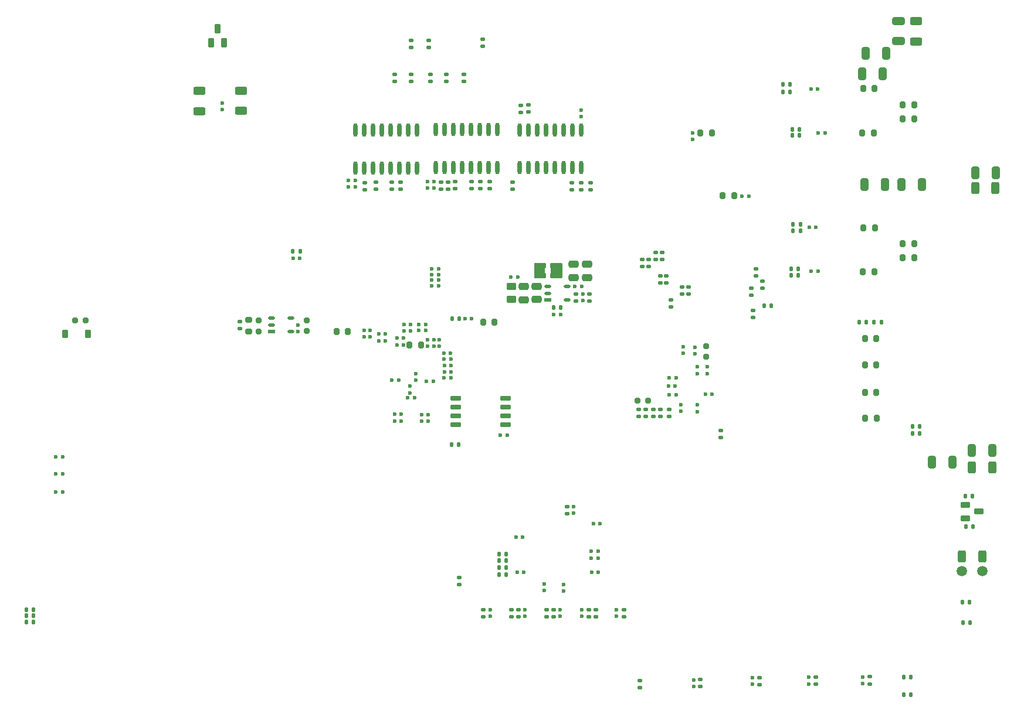
<source format=gbr>
G04 #@! TF.GenerationSoftware,KiCad,Pcbnew,7.0.9*
G04 #@! TF.CreationDate,2025-03-13T10:23:01+08:00*
G04 #@! TF.ProjectId,HPM5E00EVKRevC,48504d35-4530-4304-9556-4b526576432e,rev?*
G04 #@! TF.SameCoordinates,Original*
G04 #@! TF.FileFunction,Paste,Bot*
G04 #@! TF.FilePolarity,Positive*
%FSLAX46Y46*%
G04 Gerber Fmt 4.6, Leading zero omitted, Abs format (unit mm)*
G04 Created by KiCad (PCBNEW 7.0.9) date 2025-03-13 10:23:01*
%MOMM*%
%LPD*%
G01*
G04 APERTURE LIST*
G04 Aperture macros list*
%AMRoundRect*
0 Rectangle with rounded corners*
0 $1 Rounding radius*
0 $2 $3 $4 $5 $6 $7 $8 $9 X,Y pos of 4 corners*
0 Add a 4 corners polygon primitive as box body*
4,1,4,$2,$3,$4,$5,$6,$7,$8,$9,$2,$3,0*
0 Add four circle primitives for the rounded corners*
1,1,$1+$1,$2,$3*
1,1,$1+$1,$4,$5*
1,1,$1+$1,$6,$7*
1,1,$1+$1,$8,$9*
0 Add four rect primitives between the rounded corners*
20,1,$1+$1,$2,$3,$4,$5,0*
20,1,$1+$1,$4,$5,$6,$7,0*
20,1,$1+$1,$6,$7,$8,$9,0*
20,1,$1+$1,$8,$9,$2,$3,0*%
G04 Aperture macros list end*
%ADD10C,0.120000*%
%ADD11RoundRect,0.135000X-0.135000X-0.185000X0.135000X-0.185000X0.135000X0.185000X-0.135000X0.185000X0*%
%ADD12RoundRect,0.200000X-0.200000X-0.275000X0.200000X-0.275000X0.200000X0.275000X-0.200000X0.275000X0*%
%ADD13C,0.600000*%
%ADD14O,0.602000X1.971000*%
%ADD15RoundRect,0.250000X-0.312500X-0.625000X0.312500X-0.625000X0.312500X0.625000X-0.312500X0.625000X0*%
%ADD16RoundRect,0.135000X-0.185000X0.135000X-0.185000X-0.135000X0.185000X-0.135000X0.185000X0.135000X0*%
%ADD17RoundRect,0.200000X0.275000X-0.200000X0.275000X0.200000X-0.275000X0.200000X-0.275000X-0.200000X0*%
%ADD18RoundRect,0.135000X0.135000X0.185000X-0.135000X0.185000X-0.135000X-0.185000X0.135000X-0.185000X0*%
%ADD19RoundRect,0.135000X0.185000X-0.135000X0.185000X0.135000X-0.185000X0.135000X-0.185000X-0.135000X0*%
%ADD20RoundRect,0.050800X0.625000X0.350000X-0.625000X0.350000X-0.625000X-0.350000X0.625000X-0.350000X0*%
%ADD21RoundRect,0.250000X0.325000X0.650000X-0.325000X0.650000X-0.325000X-0.650000X0.325000X-0.650000X0*%
%ADD22RoundRect,0.250000X0.625000X-0.312500X0.625000X0.312500X-0.625000X0.312500X-0.625000X-0.312500X0*%
%ADD23RoundRect,0.250000X-0.475000X0.250000X-0.475000X-0.250000X0.475000X-0.250000X0.475000X0.250000X0*%
%ADD24RoundRect,0.250000X0.312500X0.625000X-0.312500X0.625000X-0.312500X-0.625000X0.312500X-0.625000X0*%
%ADD25C,0.950000*%
%ADD26RoundRect,0.250000X-0.325000X-0.650000X0.325000X-0.650000X0.325000X0.650000X-0.325000X0.650000X0*%
%ADD27RoundRect,0.250000X-0.625000X0.312500X-0.625000X-0.312500X0.625000X-0.312500X0.625000X0.312500X0*%
%ADD28R,1.635000X2.160000*%
%ADD29RoundRect,0.200000X0.200000X0.275000X-0.200000X0.275000X-0.200000X-0.275000X0.200000X-0.275000X0*%
%ADD30R,1.016000X0.508000*%
%ADD31O,1.016000X0.508000*%
%ADD32RoundRect,0.250000X0.450000X-0.262500X0.450000X0.262500X-0.450000X0.262500X-0.450000X-0.262500X0*%
%ADD33RoundRect,0.250000X-0.650000X0.325000X-0.650000X-0.325000X0.650000X-0.325000X0.650000X0.325000X0*%
%ADD34C,1.500000*%
%ADD35RoundRect,0.250000X0.475000X-0.250000X0.475000X0.250000X-0.475000X0.250000X-0.475000X-0.250000X0*%
%ADD36RoundRect,0.225000X0.225000X0.375000X-0.225000X0.375000X-0.225000X-0.375000X0.225000X-0.375000X0*%
%ADD37RoundRect,0.150000X-0.650000X-0.150000X0.650000X-0.150000X0.650000X0.150000X-0.650000X0.150000X0*%
%ADD38RoundRect,0.050800X-0.350000X0.625000X-0.350000X-0.625000X0.350000X-0.625000X0.350000X0.625000X0*%
G04 APERTURE END LIST*
D10*
X156593900Y-87223100D02*
X156593900Y-89183100D01*
X156493900Y-89283100D01*
X155023900Y-89283100D01*
X154923900Y-89183100D01*
X154923900Y-88670100D01*
X155023900Y-88570100D01*
X155414900Y-88570100D01*
X155514900Y-88470100D01*
X155514900Y-87936100D01*
X155414900Y-87836100D01*
X155023900Y-87836100D01*
X154923900Y-87736100D01*
X154923900Y-87223100D01*
X155023900Y-87123100D01*
X156493900Y-87123100D01*
X156593900Y-87223100D01*
G36*
X156593900Y-87223100D02*
G01*
X156593900Y-89183100D01*
X156493900Y-89283100D01*
X155023900Y-89283100D01*
X154923900Y-89183100D01*
X154923900Y-88670100D01*
X155023900Y-88570100D01*
X155414900Y-88570100D01*
X155514900Y-88470100D01*
X155514900Y-87936100D01*
X155414900Y-87836100D01*
X155023900Y-87836100D01*
X154923900Y-87736100D01*
X154923900Y-87223100D01*
X155023900Y-87123100D01*
X156493900Y-87123100D01*
X156593900Y-87223100D01*
G37*
X154293900Y-87223100D02*
X154293900Y-87736100D01*
X154193900Y-87836100D01*
X153802900Y-87836100D01*
X153702900Y-87936100D01*
X153702900Y-88470100D01*
X153802900Y-88570100D01*
X154193900Y-88570100D01*
X154293900Y-88670100D01*
X154293900Y-89183100D01*
X154193900Y-89283100D01*
X152723900Y-89283100D01*
X152623900Y-89183100D01*
X152623900Y-87223100D01*
X152723900Y-87123100D01*
X154193900Y-87123100D01*
X154293900Y-87223100D01*
G36*
X154293900Y-87223100D02*
G01*
X154293900Y-87736100D01*
X154193900Y-87836100D01*
X153802900Y-87836100D01*
X153702900Y-87936100D01*
X153702900Y-88470100D01*
X153802900Y-88570100D01*
X154193900Y-88570100D01*
X154293900Y-88670100D01*
X154293900Y-89183100D01*
X154193900Y-89283100D01*
X152723900Y-89283100D01*
X152623900Y-89183100D01*
X152623900Y-87223100D01*
X152723900Y-87123100D01*
X154193900Y-87123100D01*
X154293900Y-87223100D01*
G37*
D11*
X188510000Y-61310000D03*
X189530000Y-61310000D03*
D12*
X205839200Y-86405580D03*
X207489200Y-86405580D03*
D13*
X164542200Y-137243400D03*
X164542200Y-138203400D03*
X159542200Y-137223400D03*
X159542200Y-138183400D03*
D14*
X126835000Y-67914000D03*
X128105000Y-67914000D03*
X129375000Y-67914000D03*
X130645000Y-67914000D03*
X131915000Y-67914000D03*
X133185000Y-67914000D03*
X134455000Y-67914000D03*
X135725000Y-67914000D03*
X135725000Y-73386000D03*
X134455000Y-73386000D03*
X133185000Y-73386000D03*
X131915000Y-73386000D03*
X130645000Y-73386000D03*
X129375000Y-73386000D03*
X128105000Y-73386000D03*
X126835000Y-73386000D03*
D15*
X215812500Y-116690000D03*
X218737500Y-116690000D03*
D16*
X144860000Y-75390000D03*
X144860000Y-76410000D03*
D13*
X160880000Y-129760000D03*
X161840000Y-129760000D03*
X135340000Y-106640000D03*
X134380000Y-106640000D03*
X159400000Y-65950000D03*
X159400000Y-64990000D03*
D17*
X111410000Y-97024998D03*
X111410000Y-95374998D03*
D18*
X80330000Y-138990000D03*
X79310000Y-138990000D03*
D19*
X145255200Y-138237400D03*
X145255200Y-137217400D03*
D16*
X142520000Y-59860000D03*
X142520000Y-60880000D03*
D19*
X151770000Y-65310000D03*
X151770000Y-64290000D03*
D16*
X134910000Y-54950000D03*
X134910000Y-55970000D03*
D13*
X137860000Y-87980000D03*
X138820000Y-87980000D03*
D16*
X160740000Y-75540000D03*
X160740000Y-76560000D03*
D13*
X107600000Y-64950000D03*
X107600000Y-63990000D03*
D16*
X154404200Y-137217400D03*
X154404200Y-138237400D03*
D20*
X214858550Y-124002400D03*
X214858550Y-122102400D03*
X216858550Y-123052400D03*
D19*
X170170000Y-86620000D03*
X170170000Y-85600000D03*
D13*
X136960000Y-96890000D03*
X136000000Y-96890000D03*
X146280000Y-137210000D03*
X146280000Y-138170000D03*
X176170000Y-102150000D03*
X176170000Y-103110000D03*
D16*
X172120000Y-108300000D03*
X172120000Y-109320000D03*
X139210000Y-75410000D03*
X139210000Y-76430000D03*
D13*
X137100000Y-104240000D03*
X138060000Y-104240000D03*
D12*
X200413928Y-109548600D03*
X202063928Y-109548600D03*
D16*
X157370000Y-122320000D03*
X157370000Y-123340000D03*
D21*
X218750000Y-114240000D03*
X215800000Y-114240000D03*
D12*
X176645000Y-68320000D03*
X178295000Y-68320000D03*
D11*
X190030000Y-81560000D03*
X191050000Y-81560000D03*
D21*
X219275000Y-74060000D03*
X216325000Y-74060000D03*
D22*
X104300000Y-65172500D03*
X104300000Y-62247500D03*
D16*
X172410000Y-92480000D03*
X172410000Y-93500000D03*
D19*
X141780000Y-133590000D03*
X141780000Y-132570000D03*
D18*
X202734728Y-95671600D03*
X201714728Y-95671600D03*
D23*
X152990000Y-90470000D03*
X152990000Y-92370000D03*
D13*
X132860000Y-98950000D03*
X132860000Y-97990000D03*
D19*
X150730000Y-65330000D03*
X150730000Y-64310000D03*
D13*
X130190000Y-98370000D03*
X130190000Y-97410000D03*
X125850000Y-75170000D03*
X125850000Y-76130000D03*
D11*
X189870000Y-68710000D03*
X190890000Y-68710000D03*
D14*
X138442500Y-67854750D03*
X139712500Y-67854750D03*
X140982500Y-67854750D03*
X142252500Y-67854750D03*
X143522500Y-67854750D03*
X144792500Y-67854750D03*
X146062500Y-67854750D03*
X147332500Y-67854750D03*
X147332500Y-73326750D03*
X146062500Y-73326750D03*
X144792500Y-73326750D03*
X143522500Y-73326750D03*
X142252500Y-73326750D03*
X140982500Y-73326750D03*
X139712500Y-73326750D03*
X138442500Y-73326750D03*
D18*
X80330000Y-138105000D03*
X79310000Y-138105000D03*
D13*
X136000000Y-95980000D03*
X136960000Y-95980000D03*
D12*
X200399728Y-105871600D03*
X202049728Y-105871600D03*
D13*
X137860000Y-89600000D03*
X138820000Y-89600000D03*
D19*
X160495200Y-138237400D03*
X160495200Y-137217400D03*
D13*
X134720000Y-104930000D03*
X134720000Y-105890000D03*
D19*
X171720000Y-90010000D03*
X171720000Y-88990000D03*
D16*
X158110000Y-75530000D03*
X158110000Y-76550000D03*
D13*
X139690000Y-101960000D03*
X140650000Y-101960000D03*
D16*
X143580000Y-75390000D03*
X143580000Y-76410000D03*
D24*
X219222500Y-76270000D03*
X216297500Y-76270000D03*
D16*
X137630000Y-59860000D03*
X137630000Y-60880000D03*
X159450000Y-75520000D03*
X159450000Y-76540000D03*
D19*
X158700000Y-92623100D03*
X158700000Y-91603100D03*
D18*
X148590000Y-131181157D03*
X147570000Y-131181157D03*
D16*
X149324200Y-137217400D03*
X149324200Y-138237400D03*
X169840000Y-108290000D03*
X169840000Y-109310000D03*
D11*
X189870000Y-67810000D03*
X190890000Y-67810000D03*
D16*
X110180000Y-95590296D03*
X110180000Y-96610296D03*
D13*
X184134000Y-147050000D03*
X184134000Y-148010000D03*
X160890000Y-128815600D03*
X161850000Y-128815600D03*
D18*
X200534728Y-95671600D03*
X199514728Y-95671600D03*
D13*
X151312200Y-137233400D03*
X151312200Y-138193400D03*
D25*
X169105000Y-107060000D03*
X167555000Y-107060000D03*
D16*
X140190000Y-75410000D03*
X140190000Y-76430000D03*
X139990000Y-59860000D03*
X139990000Y-60880000D03*
D26*
X200305000Y-75800000D03*
X203255000Y-75800000D03*
D13*
X118780000Y-86410000D03*
X117820000Y-86410000D03*
D18*
X215970000Y-125240000D03*
X214950000Y-125240000D03*
D16*
X168716000Y-108280000D03*
X168716000Y-109300000D03*
D11*
X205964200Y-149540400D03*
X206984200Y-149540400D03*
D16*
X161516200Y-137217400D03*
X161516200Y-138237400D03*
D19*
X176650000Y-148360000D03*
X176650000Y-147340000D03*
D13*
X139670000Y-102880000D03*
X140630000Y-102880000D03*
D25*
X177420000Y-100685000D03*
X177420000Y-99135000D03*
X87885000Y-95390000D03*
X86335000Y-95390000D03*
X112873000Y-97004998D03*
X112873000Y-95454998D03*
D16*
X174890000Y-90630000D03*
X174890000Y-91650000D03*
D13*
X182650000Y-77480000D03*
X183610000Y-77480000D03*
X134800000Y-95990000D03*
X133840000Y-95990000D03*
X193320000Y-81950000D03*
X192360000Y-81950000D03*
X158310000Y-123300000D03*
X158310000Y-122340000D03*
D19*
X141190000Y-76410000D03*
X141190000Y-75390000D03*
D13*
X193550000Y-61990000D03*
X192590000Y-61990000D03*
D19*
X170820000Y-90010000D03*
X170820000Y-88990000D03*
D13*
X137860000Y-88790000D03*
X138820000Y-88790000D03*
X142630000Y-95170000D03*
X143590000Y-95170000D03*
D16*
X137400000Y-54950000D03*
X137400000Y-55970000D03*
D19*
X171150000Y-86620000D03*
X171150000Y-85600000D03*
D13*
X156402200Y-137227400D03*
X156402200Y-138187400D03*
D12*
X199990000Y-68300000D03*
X201640000Y-68300000D03*
D13*
X178326528Y-106111423D03*
X177366528Y-106111423D03*
X154130000Y-133510000D03*
X154130000Y-134470000D03*
D11*
X117810000Y-85460000D03*
X118830000Y-85460000D03*
D13*
X161190000Y-124800000D03*
X162150000Y-124800000D03*
D11*
X188510000Y-62380000D03*
X189530000Y-62380000D03*
D13*
X150990000Y-126750000D03*
X150030000Y-126750000D03*
D16*
X160650000Y-91600000D03*
X160650000Y-92620000D03*
D12*
X200399728Y-98071600D03*
X202049728Y-98071600D03*
X200399728Y-101871600D03*
X202049728Y-101871600D03*
D13*
X133420000Y-109010000D03*
X133420000Y-109970000D03*
X137310000Y-109050000D03*
X137310000Y-110010000D03*
X172018528Y-104886423D03*
X172978528Y-104886423D03*
D12*
X205839200Y-64289800D03*
X207489200Y-64289800D03*
D13*
X156880000Y-133575600D03*
X156880000Y-134535600D03*
X159680000Y-91620000D03*
X159680000Y-92580000D03*
X137280000Y-99170000D03*
X137280000Y-98210000D03*
D27*
X207810000Y-52157500D03*
X207810000Y-55082500D03*
D13*
X155480000Y-94560000D03*
X156440000Y-94560000D03*
D16*
X167700000Y-108280000D03*
X167700000Y-109300000D03*
D19*
X169180000Y-87650000D03*
X169180000Y-86630000D03*
D13*
X139640000Y-103760000D03*
X140600000Y-103760000D03*
X200100000Y-146970000D03*
X200100000Y-147930000D03*
D16*
X173950000Y-90630000D03*
X173950000Y-91650000D03*
D13*
X118563000Y-97059998D03*
X118563000Y-96099998D03*
D19*
X201116000Y-147960000D03*
X201116000Y-146940000D03*
D16*
X133330000Y-75430000D03*
X133330000Y-76450000D03*
D19*
X184640000Y-88990000D03*
X184640000Y-87970000D03*
X170870000Y-109290000D03*
X170870000Y-108270000D03*
D16*
X134900000Y-59860000D03*
X134900000Y-60880000D03*
D28*
X155776900Y-88203100D03*
X153440900Y-88203100D03*
D19*
X184240000Y-95000000D03*
X184240000Y-93980000D03*
D11*
X207258728Y-110767800D03*
X208278728Y-110767800D03*
D19*
X185550000Y-90800000D03*
X185550000Y-89780000D03*
D13*
X133740000Y-98950000D03*
X133740000Y-97990000D03*
X132460000Y-109970000D03*
X132460000Y-109010000D03*
D23*
X151140000Y-90540000D03*
X151140000Y-92440000D03*
D16*
X132060000Y-75430000D03*
X132060000Y-76450000D03*
D12*
X205839200Y-84373580D03*
X207489200Y-84373580D03*
D13*
X175816528Y-100266423D03*
X175816528Y-99306423D03*
D19*
X165575200Y-138237400D03*
X165575200Y-137217400D03*
X185150000Y-148060000D03*
X185150000Y-147040000D03*
D18*
X141840000Y-95170000D03*
X140820000Y-95170000D03*
X208276728Y-111783800D03*
X207256728Y-111783800D03*
D15*
X214405000Y-129580000D03*
X217330000Y-129580000D03*
D13*
X160940000Y-131805600D03*
X161900000Y-131805600D03*
D29*
X125765000Y-96990000D03*
X124115000Y-96990000D03*
D19*
X179610000Y-112340000D03*
X179610000Y-111320000D03*
D29*
X146895000Y-95700000D03*
X145245000Y-95700000D03*
D18*
X156488900Y-93573100D03*
X155468900Y-93573100D03*
D11*
X140680000Y-113360000D03*
X141700000Y-113360000D03*
D13*
X138150000Y-99170000D03*
X138150000Y-98210000D03*
D11*
X214428100Y-136150299D03*
X215448100Y-136150299D03*
D21*
X213040000Y-115950000D03*
X210090000Y-115950000D03*
D16*
X145210000Y-54745000D03*
X145210000Y-55765000D03*
D13*
X192640000Y-88310000D03*
X193600000Y-88310000D03*
D30*
X114693000Y-97009998D03*
D31*
X114693000Y-96059988D03*
X114693000Y-95110002D03*
X117487000Y-95110002D03*
X117487000Y-97009998D03*
D32*
X149340000Y-92352500D03*
X149340000Y-90527500D03*
D26*
X200010000Y-59740000D03*
X202960000Y-59740000D03*
D18*
X148590000Y-132140000D03*
X147570000Y-132140000D03*
D13*
X83590000Y-117610000D03*
X84550000Y-117610000D03*
D16*
X132520000Y-59860000D03*
X132520000Y-60880000D03*
D11*
X214528100Y-139150299D03*
X215548100Y-139150299D03*
D27*
X110330000Y-62227500D03*
X110330000Y-65152500D03*
D13*
X140600000Y-100990000D03*
X139640000Y-100990000D03*
X128980000Y-97830000D03*
X128980000Y-96870000D03*
D25*
X119763000Y-96979998D03*
X119763000Y-95429998D03*
D13*
X128080000Y-97830000D03*
X128080000Y-96870000D03*
D16*
X146180000Y-75370000D03*
X146180000Y-76390000D03*
D13*
X126830000Y-75160000D03*
X126830000Y-76120000D03*
X173778528Y-108566423D03*
X173778528Y-107606423D03*
X194610000Y-68310000D03*
X193650000Y-68310000D03*
X138970000Y-99170000D03*
X138970000Y-98210000D03*
D33*
X205240000Y-52125000D03*
X205240000Y-55075000D03*
D18*
X80330000Y-137220000D03*
X79310000Y-137220000D03*
D34*
X214395000Y-131660000D03*
X217345000Y-131660000D03*
D29*
X181515000Y-77430000D03*
X179865000Y-77430000D03*
D13*
X149290000Y-89140000D03*
X150250000Y-89140000D03*
D12*
X200085000Y-88390000D03*
X201735000Y-88390000D03*
D19*
X155415200Y-138237400D03*
X155415200Y-137217400D03*
D11*
X189750000Y-87970000D03*
X190770000Y-87970000D03*
D13*
X158528900Y-90523100D03*
X159488900Y-90523100D03*
X172148528Y-106136423D03*
X173108528Y-106136423D03*
X138140000Y-75360000D03*
X138140000Y-76320000D03*
X175650000Y-147370000D03*
X175650000Y-148330000D03*
D35*
X158330000Y-89200000D03*
X158330000Y-87300000D03*
D13*
X136430000Y-110000000D03*
X136430000Y-109040000D03*
X192250000Y-147020000D03*
X192250000Y-147980000D03*
X175550000Y-68330000D03*
X175550000Y-69290000D03*
X172148528Y-103736423D03*
X173108528Y-103736423D03*
D14*
X159425000Y-73336000D03*
X158155000Y-73336000D03*
X156885000Y-73336000D03*
X155615000Y-73336000D03*
X154345000Y-73336000D03*
X153075000Y-73336000D03*
X151805000Y-73336000D03*
X150535000Y-73336000D03*
X150535000Y-67864000D03*
X151805000Y-67864000D03*
X153075000Y-67864000D03*
X154345000Y-67864000D03*
X155615000Y-67864000D03*
X156885000Y-67864000D03*
X158155000Y-67864000D03*
X159425000Y-67864000D03*
D19*
X167917000Y-148475600D03*
X167917000Y-147455600D03*
D13*
X174178528Y-100205800D03*
X174178528Y-99245800D03*
D18*
X148590000Y-130165157D03*
X147570000Y-130165157D03*
D11*
X190030000Y-82450000D03*
X191050000Y-82450000D03*
D13*
X135570000Y-104090000D03*
X135570000Y-103130000D03*
X148720000Y-111990000D03*
X147760000Y-111990000D03*
D11*
X189750000Y-88940000D03*
X190770000Y-88940000D03*
D30*
X154590000Y-92442799D03*
D31*
X154590000Y-91492789D03*
X154590000Y-90542803D03*
X157384000Y-90542803D03*
X157384000Y-92442799D03*
D16*
X129820000Y-75470000D03*
X129820000Y-76490000D03*
D13*
X137230000Y-75370000D03*
X137230000Y-76330000D03*
D19*
X149520000Y-76430000D03*
X149520000Y-75410000D03*
D36*
X88230000Y-97340000D03*
X84930000Y-97340000D03*
D13*
X83590000Y-115180000D03*
X84550000Y-115180000D03*
D37*
X141320000Y-110495000D03*
X141320000Y-109225000D03*
X141320000Y-107955000D03*
X141320000Y-106685000D03*
X148520000Y-106685000D03*
X148520000Y-107955000D03*
X148520000Y-109225000D03*
X148520000Y-110495000D03*
D13*
X151160000Y-131825600D03*
X150200000Y-131825600D03*
D26*
X205675000Y-75780000D03*
X208625000Y-75780000D03*
D11*
X205964200Y-147000400D03*
X206984200Y-147000400D03*
D35*
X160240000Y-89230000D03*
X160240000Y-87330000D03*
D13*
X177630000Y-102140000D03*
X177630000Y-103100000D03*
D12*
X134655000Y-98960000D03*
X136305000Y-98960000D03*
D13*
X176178528Y-108616423D03*
X176178528Y-107656423D03*
D12*
X205839200Y-66321800D03*
X207489200Y-66321800D03*
D18*
X148590000Y-129200000D03*
X147570000Y-129200000D03*
D19*
X150335200Y-138237400D03*
X150335200Y-137217400D03*
D13*
X139610000Y-100170000D03*
X140570000Y-100170000D03*
X131130000Y-98370000D03*
X131130000Y-97410000D03*
D18*
X186870000Y-93270000D03*
X185850000Y-93270000D03*
D12*
X200165000Y-82040000D03*
X201815000Y-82040000D03*
D18*
X215920000Y-120820000D03*
X214900000Y-120820000D03*
D38*
X107860000Y-55280000D03*
X105960000Y-55280000D03*
X106910000Y-53280000D03*
D19*
X193266000Y-148030000D03*
X193266000Y-147010000D03*
X168230000Y-87650000D03*
X168230000Y-86630000D03*
X128220000Y-76510000D03*
X128220000Y-75490000D03*
D13*
X133070000Y-104100000D03*
X132110000Y-104100000D03*
X137860000Y-90410000D03*
X138820000Y-90410000D03*
D19*
X184000000Y-91780000D03*
X184000000Y-90760000D03*
D13*
X83590000Y-120250000D03*
X84550000Y-120250000D03*
D12*
X200130000Y-61930000D03*
X201780000Y-61930000D03*
D21*
X203428000Y-56822200D03*
X200478000Y-56822200D03*
D13*
X134790000Y-96910000D03*
X133830000Y-96910000D03*
M02*

</source>
